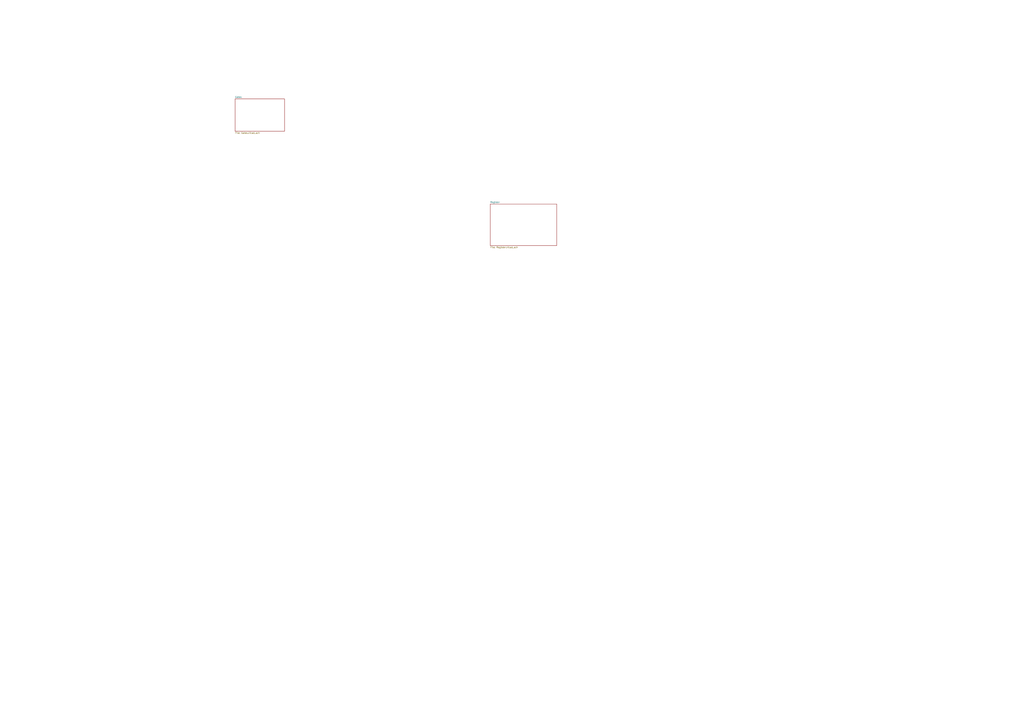
<source format=kicad_sch>
(kicad_sch (version 20230121) (generator eeschema)
  (paper "A1")
  (lib_symbols)
  (sheet (at 193.04 81.28) (size 40.64 26.67) (stroke (width 0.1524))
    (property "Sheetname" "Gates" (at 193.04 80.5684 0) (effects (justify left bottom)))
    (property "Sheetfile" "Gates.kicad_sch" (at 193.04 108.5346 0) (effects (justify left top)))
  )
  (sheet (at 402.59 167.64) (size 54.61 34.29) (stroke (width 0.1524))
    (property "Sheetname" "Register" (at 402.59 166.9284 0) (effects (justify left bottom)))
    (property "Sheetfile" "Register.kicad_sch" (at 402.59 202.5146 0) (effects (justify left top)))
  )
)
</source>
